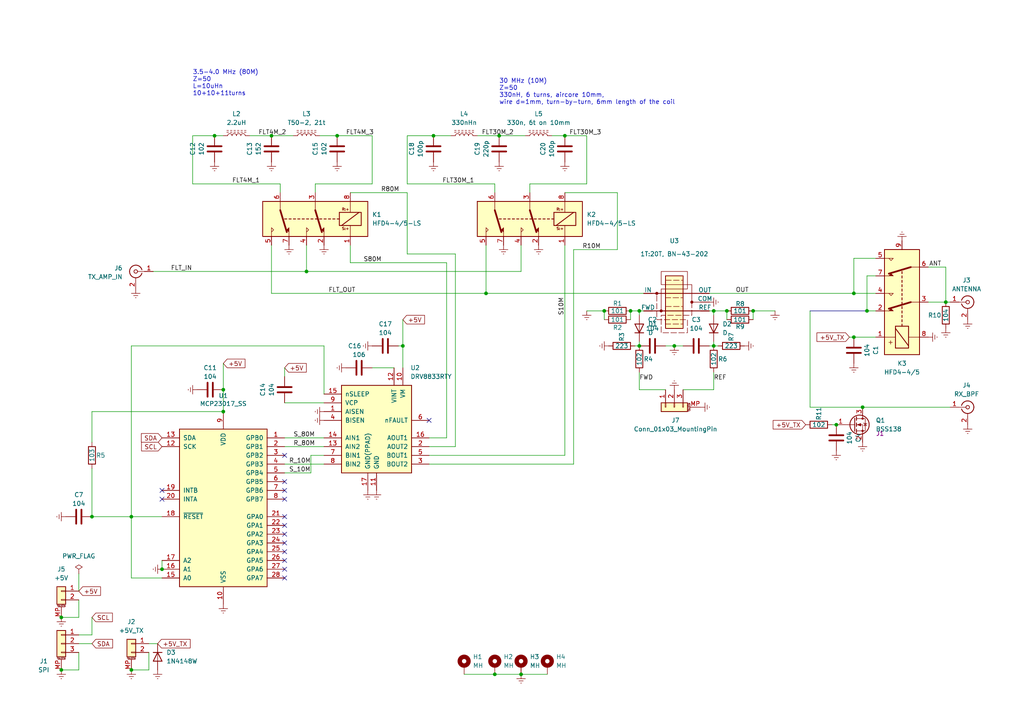
<source format=kicad_sch>
(kicad_sch (version 20230121) (generator eeschema)
  (paper "A4")
  (lib_symbols
    (symbol "Connector:Conn_Coaxial" (pin_names (offset 1.016) hide)
      (property "Reference" "J" (at 0.254 3.048 0))
      (property "Value" "Conn_Coaxial" (at 2.921 0 90))
      (symbol "Conn_Coaxial_0_1"
        (arc (start -1.778 -0.508) (mid 0.2311 -1.8066) (end 1.778 0) (stroke (width 0.254)))
        (polyline (pts (xy -2.54 0) (xy -0.508 0)))
        (polyline (pts (xy 0 -2.54) (xy 0 -1.778)))
        (circle (center 0 0) (radius 0.508) (stroke (width 0.2032)))
        (arc (start 1.778 0) (mid 0.2099 1.8101) (end -1.778 0.508) (stroke (width 0.254)))
      )
      (symbol "Conn_Coaxial_1_1"
        (pin passive line (at -5.08 0 0) (length 2.54) (name "In") (number "1"))
        (pin passive line (at 0 -5.08 90) (length 2.54) (name "Ext") (number "2"))
      )
    )
    (symbol "Connector_Generic_MountingPin:Conn_01x02_MountingPin" (pin_names (offset 1.016) hide)
      (property "Reference" "J" (at 0 2.54 0))
      (property "Value" "Conn_01x02_MountingPin" (at 1.27 -5.08 0))
      (symbol "Conn_01x02_MountingPin_1_1"
        (rectangle (start -1.27 -2.413) (end 0 -2.667) (stroke (width 0.1524)))
        (rectangle (start -1.27 0.127) (end 0 -0.127) (stroke (width 0.1524)))
        (rectangle (start -1.27 1.27) (end 1.27 -3.81) (stroke (width 0.254)) (fill (type background)))
        (polyline (pts (xy -1.016 -4.572) (xy 1.016 -4.572)) (stroke (width 0.1524)))
        (text "Mounting" (at 0 -4.191 0) (effects (font (size 0.381 0.381))))
        (pin passive line (at -5.08 0 0) (length 3.81) (name "Pin_1") (number "1"))
        (pin passive line (at -5.08 -2.54 0) (length 3.81) (name "Pin_2") (number "2"))
        (pin passive line (at 0 -7.62 90) (length 3.048) (name "MountPin") (number "MP"))
      )
    )
    (symbol "Connector_Generic_MountingPin:Conn_01x03_MountingPin" (pin_names (offset 1.016) hide)
      (property "Reference" "J" (at 0 5.08 0))
      (property "Value" "Conn_01x03_MountingPin" (at 1.27 -5.08 0))
      (symbol "Conn_01x03_MountingPin_1_1"
        (rectangle (start -1.27 -2.413) (end 0 -2.667) (stroke (width 0.1524)))
        (rectangle (start -1.27 0.127) (end 0 -0.127) (stroke (width 0.1524)))
        (rectangle (start -1.27 2.667) (end 0 2.413) (stroke (width 0.1524)))
        (rectangle (start -1.27 3.81) (end 1.27 -3.81) (stroke (width 0.254)) (fill (type background)))
        (polyline (pts (xy -1.016 -4.572) (xy 1.016 -4.572)) (stroke (width 0.1524)))
        (text "Mounting" (at 0 -4.191 0) (effects (font (size 0.381 0.381))))
        (pin passive line (at -5.08 2.54 0) (length 3.81) (name "Pin_1") (number "1"))
        (pin passive line (at -5.08 0 0) (length 3.81) (name "Pin_2") (number "2"))
        (pin passive line (at -5.08 -2.54 0) (length 3.81) (name "Pin_3") (number "3"))
        (pin passive line (at 0 -7.62 90) (length 3.048) (name "MountPin") (number "MP"))
      )
    )
    (symbol "Device:C" (pin_numbers hide) (pin_names (offset 0.254))
      (property "Reference" "C" (at 0.635 2.54 0))
      (property "Value" "C" (at 0.635 -2.54 0))
      (symbol "C_0_1"
        (polyline (pts (xy -2.032 -0.762) (xy 2.032 -0.762)) (stroke (width 0.508)))
        (polyline (pts (xy -2.032 0.762) (xy 2.032 0.762)) (stroke (width 0.508)))
      )
      (symbol "C_1_1"
        (pin passive line (at 0 3.81 270) (length 2.794) (name "~") (number "1"))
        (pin passive line (at 0 -3.81 90) (length 2.794) (name "~") (number "2"))
      )
    )
    (symbol "Device:D" (pin_numbers hide) (pin_names (offset 1.016) hide)
      (property "Reference" "D" (at 0 2.54 0))
      (property "Value" "D" (at 0 -2.54 0))
      (symbol "D_0_1"
        (polyline (pts (xy -1.27 1.27) (xy -1.27 -1.27)) (stroke (width 0.254)))
        (polyline (pts (xy 1.27 0) (xy -1.27 0)))
        (polyline (pts (xy 1.27 1.27) (xy 1.27 -1.27) (xy -1.27 0) (xy 1.27 1.27)) (stroke (width 0.254)))
      )
      (symbol "D_1_1"
        (pin passive line (at -3.81 0 0) (length 2.54) (name "K") (number "1"))
        (pin passive line (at 3.81 0 180) (length 2.54) (name "A") (number "2"))
      )
    )
    (symbol "Device:L_Ferrite" (pin_numbers hide) (pin_names (offset 1.016) hide)
      (property "Reference" "L" (at -1.27 0 90))
      (property "Value" "L_Ferrite" (at 2.794 0 90))
      (symbol "L_Ferrite_0_1"
        (arc (start 0 -2.54) (mid 0.6323 -1.905) (end 0 -1.27))
        (arc (start 0 -1.27) (mid 0.6323 -0.635) (end 0 0))
        (polyline (pts (xy 1.016 -2.794) (xy 1.016 -2.286)))
        (polyline (pts (xy 1.016 -1.778) (xy 1.016 -1.27)))
        (polyline (pts (xy 1.016 -0.762) (xy 1.016 -0.254)))
        (polyline (pts (xy 1.016 0.254) (xy 1.016 0.762)))
        (polyline (pts (xy 1.016 1.27) (xy 1.016 1.778)))
        (polyline (pts (xy 1.016 2.286) (xy 1.016 2.794)))
        (polyline (pts (xy 1.524 -2.286) (xy 1.524 -2.794)))
        (polyline (pts (xy 1.524 -1.27) (xy 1.524 -1.778)))
        (polyline (pts (xy 1.524 -0.254) (xy 1.524 -0.762)))
        (polyline (pts (xy 1.524 0.762) (xy 1.524 0.254)))
        (polyline (pts (xy 1.524 1.778) (xy 1.524 1.27)))
        (polyline (pts (xy 1.524 2.794) (xy 1.524 2.286)))
        (arc (start 0 0) (mid 0.6323 0.635) (end 0 1.27))
        (arc (start 0 1.27) (mid 0.6323 1.905) (end 0 2.54))
      )
      (symbol "L_Ferrite_1_1"
        (pin passive line (at 0 3.81 270) (length 1.27) (name "1") (number "1"))
        (pin passive line (at 0 -3.81 90) (length 1.27) (name "2") (number "2"))
      )
    )
    (symbol "Device:R" (pin_numbers hide) (pin_names (offset 0))
      (property "Reference" "R" (at 2.032 0 90))
      (property "Value" "R" (at 0 0 90))
      (symbol "R_0_1"
        (rectangle (start -1.016 -2.54) (end 1.016 2.54) (stroke (width 0.254)))
      )
      (symbol "R_1_1"
        (pin passive line (at 0 3.81 270) (length 1.27) (name "~") (number "1"))
        (pin passive line (at 0 -3.81 90) (length 1.27) (name "~") (number "2"))
      )
    )
    (symbol "Diode:1N4148W" (pin_numbers hide) (pin_names hide)
      (property "Reference" "D" (at 0 2.54 0))
      (property "Value" "1N4148W" (at 0 -2.54 0))
      (symbol "1N4148W_0_1"
        (polyline (pts (xy -1.27 1.27) (xy -1.27 -1.27)) (stroke (width 0.254)))
        (polyline (pts (xy 1.27 0) (xy -1.27 0)))
        (polyline (pts (xy 1.27 1.27) (xy 1.27 -1.27) (xy -1.27 0) (xy 1.27 1.27)) (stroke (width 0.254)))
      )
      (symbol "1N4148W_1_1"
        (pin passive line (at -3.81 0 0) (length 2.54) (name "K") (number "1"))
        (pin passive line (at 3.81 0 180) (length 2.54) (name "A") (number "2"))
      )
    )
    (symbol "Driver_Motor:DRV8833RTY" (pin_names (offset 1.016))
      (property "Reference" "U" (at -3.81 16.51 0))
      (property "Value" "DRV8833RTY" (at -3.81 13.97 0))
      (symbol "DRV8833RTY_0_1"
        (rectangle (start -10.16 12.7) (end 10.16 -12.7) (stroke (width 0.254)) (fill (type background)))
      )
      (symbol "DRV8833RTY_1_1"
        (pin bidirectional line (at -15.24 5.08 0) (length 5.08) (name "AISEN") (number "1"))
        (pin power_in line (at 7.62 17.78 270) (length 5.08) (name "VM") (number "10"))
        (pin power_in line (at 0 -17.78 90) (length 5.08) (name "GND") (number "11"))
        (pin power_in line (at 5.08 17.78 270) (length 5.08) (name "VINT") (number "12"))
        (pin input line (at -15.24 -5.08 0) (length 5.08) (name "AIN2") (number "13"))
        (pin input line (at -15.24 -2.54 0) (length 5.08) (name "AIN1") (number "14"))
        (pin input line (at -15.24 10.16 0) (length 5.08) (name "nSLEEP") (number "15"))
        (pin power_out line (at 15.24 -2.54 180) (length 5.08) (name "AOUT1") (number "16"))
        (pin power_in line (at -2.54 -17.78 90) (length 5.08) (name "GND(PPAD)") (number "17"))
        (pin power_out line (at 15.24 -5.08 180) (length 5.08) (name "AOUT2") (number "2"))
        (pin power_out line (at 15.24 -10.16 180) (length 5.08) (name "BOUT2") (number "3"))
        (pin bidirectional line (at -15.24 2.54 0) (length 5.08) (name "BISEN") (number "4"))
        (pin power_out line (at 15.24 -7.62 180) (length 5.08) (name "BOUT1") (number "5"))
        (pin open_collector line (at 15.24 2.54 180) (length 5.08) (name "nFAULT") (number "6"))
        (pin input line (at -15.24 -7.62 0) (length 5.08) (name "BIN1") (number "7"))
        (pin input line (at -15.24 -10.16 0) (length 5.08) (name "BIN2") (number "8"))
        (pin bidirectional line (at -15.24 7.62 0) (length 5.08) (name "VCP") (number "9"))
      )
    )
    (symbol "Interface_Expansion:MCP23017_SS" (pin_names (offset 1.016))
      (property "Reference" "U" (at -11.43 24.13 0))
      (property "Value" "MCP23017_SS" (at 0 0 0))
      (symbol "MCP23017_SS_0_1"
        (rectangle (start -12.7 22.86) (end 12.7 -22.86) (stroke (width 0.254)) (fill (type background)))
      )
      (symbol "MCP23017_SS_1_1"
        (pin bidirectional line (at 17.78 20.32 180) (length 5.08) (name "GPB0") (number "1"))
        (pin power_in line (at 0 -27.94 90) (length 5.08) (name "VSS") (number "10"))
        (pin no_connect line (at -12.7 15.24 0) (length 5.08) hide (name "NC") (number "11"))
        (pin input line (at -17.78 17.78 0) (length 5.08) (name "SCK") (number "12"))
        (pin bidirectional line (at -17.78 20.32 0) (length 5.08) (name "SDA") (number "13"))
        (pin no_connect line (at -12.7 12.7 0) (length 5.08) hide (name "NC") (number "14"))
        (pin input line (at -17.78 -20.32 0) (length 5.08) (name "A0") (number "15"))
        (pin input line (at -17.78 -17.78 0) (length 5.08) (name "A1") (number "16"))
        (pin input line (at -17.78 -15.24 0) (length 5.08) (name "A2") (number "17"))
        (pin input line (at -17.78 -2.54 0) (length 5.08) (name "~{RESET}") (number "18"))
        (pin tri_state line (at -17.78 5.08 0) (length 5.08) (name "INTB") (number "19"))
        (pin bidirectional line (at 17.78 17.78 180) (length 5.08) (name "GPB1") (number "2"))
        (pin tri_state line (at -17.78 2.54 0) (length 5.08) (name "INTA") (number "20"))
        (pin bidirectional line (at 17.78 -2.54 180) (length 5.08) (name "GPA0") (number "21"))
        (pin bidirectional line (at 17.78 -5.08 180) (length 5.08) (name "GPA1") (number "22"))
        (pin bidirectional line (at 17.78 -7.62 180) (length 5.08) (name "GPA2") (number "23"))
        (pin bidirectional line (at 17.78 -10.16 180) (length 5.08) (name "GPA3") (number "24"))
        (pin bidirectional line (at 17.78 -12.7 180) (length 5.08) (name "GPA4") (number "25"))
        (pin bidirectional line (at 17.78 -15.24 180) (length 5.08) (name "GPA5") (number "26"))
        (pin bidirectional line (at 17.78 -17.78 180) (length 5.08) (name "GPA6") (number "27"))
        (pin bidirectional line (at 17.78 -20.32 180) (length 5.08) (name "GPA7") (number "28"))
        (pin bidirectional line (at 17.78 15.24 180) (length 5.08) (name "GPB2") (number "3"))
        (pin bidirectional line (at 17.78 12.7 180) (length 5.08) (name "GPB3") (number "4"))
        (pin bidirectional line (at 17.78 10.16 180) (length 5.08) (name "GPB4") (number "5"))
        (pin bidirectional line (at 17.78 7.62 180) (length 5.08) (name "GPB5") (number "6"))
        (pin bidirectional line (at 17.78 5.08 180) (length 5.08) (name "GPB6") (number "7"))
        (pin bidirectional line (at 17.78 2.54 180) (length 5.08) (name "GPB7") (number "8"))
        (pin power_in line (at 0 27.94 270) (length 5.08) (name "VDD") (number "9"))
      )
    )
    (symbol "Mechanical:MountingHole_Pad" (pin_numbers hide) (pin_names (offset 1.016) hide)
      (property "Reference" "H" (at 0 6.35 0))
      (property "Value" "MountingHole_Pad" (at 0 4.445 0))
      (symbol "MountingHole_Pad_0_1"
        (circle (center 0 1.27) (radius 1.27) (stroke (width 1.27)))
      )
      (symbol "MountingHole_Pad_1_1"
        (pin input line (at 0 -2.54 90) (length 2.54) (name "1") (number "1"))
      )
    )
    (symbol "PhilsLibrary:G6K-2F-RF" (pin_names (offset 1.016))
      (property "Reference" "K" (at 16.51 3.81 0))
      (property "Value" "G6K-2F-RF" (at 16.51 1.27 0))
      (symbol "G6K-2F-RF_0_0"
        (polyline (pts (xy -12.192 3.302) (xy -11.176 3.302)))
        (polyline (pts (xy -11.684 3.81) (xy -11.684 2.794)))
      )
      (symbol "G6K-2F-RF_0_1"
        (rectangle (start -15.24 5.08) (end 15.24 -5.08) (stroke (width 0.254)) (fill (type background)))
        (rectangle (start -13.335 1.905) (end -6.985 -1.905) (stroke (width 0.254)))
        (polyline (pts (xy -12.7 -1.905) (xy -7.62 1.905)) (stroke (width 0.254)))
        (polyline (pts (xy -10.16 -5.08) (xy -10.16 -1.905)))
        (polyline (pts (xy -10.16 5.08) (xy -10.16 1.905)))
        (polyline (pts (xy -6.985 0) (xy -6.35 0)) (stroke (width 0.254)))
        (polyline (pts (xy -5.715 0) (xy -5.08 0)) (stroke (width 0.254)))
        (polyline (pts (xy -4.445 0) (xy -3.81 0)) (stroke (width 0.254)))
        (polyline (pts (xy -3.175 0) (xy -2.54 0)) (stroke (width 0.254)))
        (polyline (pts (xy -2.54 2.54) (xy -2.54 5.08)))
        (polyline (pts (xy -1.905 0) (xy -1.27 0)) (stroke (width 0.254)))
        (polyline (pts (xy -0.635 0) (xy 0 0)) (stroke (width 0.254)))
        (polyline (pts (xy 0 -2.54) (xy -1.905 3.81)) (stroke (width 0.508)))
        (polyline (pts (xy 0 -2.54) (xy 0 -5.08)))
        (polyline (pts (xy 0.635 0) (xy 1.27 0)) (stroke (width 0.254)))
        (polyline (pts (xy 1.905 0) (xy 2.54 0)) (stroke (width 0.254)))
        (polyline (pts (xy 2.54 2.54) (xy 2.54 5.08)))
        (polyline (pts (xy 3.175 0) (xy 3.81 0)) (stroke (width 0.254)))
        (polyline (pts (xy 4.445 0) (xy 5.08 0)) (stroke (width 0.254)))
        (polyline (pts (xy 5.715 0) (xy 6.35 0)) (stroke (width 0.254)))
        (polyline (pts (xy 6.985 0) (xy 7.62 0)) (stroke (width 0.254)))
        (polyline (pts (xy 7.62 2.54) (xy 7.62 5.08)))
        (polyline (pts (xy 8.255 0) (xy 8.89 0)) (stroke (width 0.254)))
        (polyline (pts (xy 10.16 -2.54) (xy 8.255 3.81)) (stroke (width 0.508)))
        (polyline (pts (xy 10.16 -2.54) (xy 10.16 -5.08)))
        (polyline (pts (xy 12.7 2.54) (xy 12.7 5.08)))
        (polyline (pts (xy -2.54 2.54) (xy -1.905 3.175) (xy -2.54 3.81)) (fill (type outline)))
        (polyline (pts (xy 2.54 2.54) (xy 1.905 3.175) (xy 2.54 3.81)))
        (polyline (pts (xy 7.62 2.54) (xy 8.255 3.175) (xy 7.62 3.81)) (fill (type outline)))
        (polyline (pts (xy 12.7 2.54) (xy 12.065 3.175) (xy 12.7 3.81)))
      )
      (symbol "G6K-2F-RF_1_1"
        (pin passive line (at -10.16 7.62 270) (length 2.54) (name "~") (number "1"))
        (pin passive line (at -2.54 7.62 270) (length 2.54) (name "~") (number "2"))
        (pin passive line (at 0 -7.62 90) (length 2.54) (name "~") (number "3"))
        (pin passive line (at 2.54 7.62 270) (length 2.54) (name "~") (number "4"))
        (pin passive line (at 12.7 7.62 270) (length 2.54) (name "~") (number "5"))
        (pin passive line (at 10.16 -7.62 90) (length 2.54) (name "~") (number "6"))
        (pin passive line (at 7.62 7.62 270) (length 2.54) (name "~") (number "7"))
        (pin passive line (at -10.16 -7.62 90) (length 2.54) (name "~") (number "8"))
        (pin passive line (at 17.78 0 180) (length 2.54) (name "~") (number "9"))
      )
    )
    (symbol "PhilsLibrary:SWR_Coupler" (pin_numbers hide) (pin_names (offset 0))
      (property "Reference" "U" (at -2.54 11.43 0))
      (symbol "SWR_Coupler_0_1"
        (polyline (pts (xy -3.81 3.81) (xy 3.81 3.81) (xy 3.81 8.89) (xy -3.81 8.89) (xy -3.81 5.08) (xy 5.08 5.08) (xy 5.08 0)))
      )
      (symbol "SWR_Coupler_1_1"
        (circle (center -5.08 2.54) (radius 0.3592) (fill (type outline)))
        (circle (center -3.81 -2.54) (radius 0.3592) (fill (type outline)))
        (rectangle (start -2.54 -1.27) (end 2.54 -6.35) (stroke (width 0) (type dash)))
        (rectangle (start -2.54 6.35) (end 2.54 1.27) (stroke (width 0) (type dash)))
        (rectangle (start -2.54 7.62) (end 2.54 -7.62) (stroke (width 0.254)) (fill (type background)))
        (polyline (pts (xy -8.89 -2.54) (xy 10.16 -2.54)) (stroke (width 0.254)))
        (polyline (pts (xy -8.89 2.54) (xy 10.16 2.54)) (stroke (width 0.254)))
        (polyline (pts (xy -3.81 3.81) (xy -3.81 -2.54)))
        (polyline (pts (xy 7.62 0) (xy 5.08 0) (xy 5.08 0)))
        (polyline (pts (xy 5.08 0) (xy 5.08 -3.81) (xy -3.81 -3.81) (xy -3.81 -8.89) (xy 3.81 -8.89) (xy 3.81 -5.08) (xy -5.08 -5.08) (xy -5.08 2.54)))
        (circle (center 5.08 0) (radius 0.3592) (fill (type outline)))
        (pin input line (at -8.89 2.54 0) (length 2.54) (name "IN") (number "1"))
        (pin output line (at 10.16 2.54 180) (length 2.54) (name "OUT") (number "2"))
        (pin passive line (at 10.16 0 180) (length 2.54) (name "COM") (number "3"))
        (pin output line (at 10.16 -2.54 180) (length 2.54) (name "REF") (number "4"))
        (pin output line (at -8.89 -2.54 0) (length 2.54) (name "FWD") (number "5"))
      )
    )
    (symbol "Relay:G6KU-2"
      (property "Reference" "K" (at 16.51 3.81 0))
      (property "Value" "G6KU-2" (at 16.51 1.27 0))
      (symbol "G6KU-2_0_0"
        (text "R:+" (at -8.763 -2.794 0) (effects (font (size 0.762 0.762))))
        (text "S:+" (at -8.763 2.794 0) (effects (font (size 0.762 0.762))))
      )
      (symbol "G6KU-2_0_1"
        (rectangle (start -15.24 5.08) (end 15.24 -5.08) (stroke (width 0.254)) (fill (type background)))
        (rectangle (start -13.335 1.905) (end -6.985 -1.905) (stroke (width 0.254)))
        (polyline (pts (xy -12.7 -1.905) (xy -7.62 1.905)) (stroke (width 0.254)))
        (polyline (pts (xy -10.16 -5.08) (xy -10.16 -1.905)))
        (polyline (pts (xy -10.16 5.08) (xy -10.16 1.905)))
        (polyline (pts (xy -6.985 0) (xy -6.35 0)) (stroke (width 0.254)))
        (polyline (pts (xy -5.715 0) (xy -5.08 0)) (stroke (width 0.254)))
        (polyline (pts (xy -4.445 0) (xy -3.81 0)) (stroke (width 0.254)))
        (polyline (pts (xy -3.175 0) (xy -2.54 0)) (stroke (width 0.254)))
        (polyline (pts (xy -1.905 0) (xy -1.27 0)) (stroke (width 0.254)))
        (polyline (pts (xy -0.635 0) (xy 0 0)) (stroke (width 0.254)))
        (polyline (pts (xy 0 -2.54) (xy -1.905 3.81)) (stroke (width 0.508)))
        (polyline (pts (xy 0 -2.54) (xy 0 -5.08)))
        (polyline (pts (xy 0.635 0) (xy 1.27 0)) (stroke (width 0.254)))
        (polyline (pts (xy 1.905 0) (xy 2.54 0)) (stroke (width 0.254)))
        (polyline (pts (xy 3.175 0) (xy 3.81 0)) (stroke (width 0.254)))
        (polyline (pts (xy 4.445 0) (xy 5.08 0)) (stroke (width 0.254)))
        (polyline (pts (xy 5.715 0) (xy 6.35 0)) (stroke (width 0.254)))
        (polyline (pts (xy 6.985 0) (xy 7.62 0)) (stroke (width 0.254)))
        (polyline (pts (xy 8.255 0) (xy 8.89 0)) (stroke (width 0.254)))
        (polyline (pts (xy 10.16 -2.54) (xy 8.255 3.81)) (stroke (width 0.508)))
        (polyline (pts (xy 10.16 -2.54) (xy 10.16 -5.08)))
        (polyline (pts (xy -2.54 5.08) (xy -2.54 2.54) (xy -1.905 3.175) (xy -2.54 3.81)) (fill (type outline)))
        (polyline (pts (xy 2.54 5.08) (xy 2.54 2.54) (xy 1.905 3.175) (xy 2.54 3.81)))
        (polyline (pts (xy 7.62 5.08) (xy 7.62 2.54) (xy 8.255 3.175) (xy 7.62 3.81)) (fill (type outline)))
        (polyline (pts (xy 12.7 5.08) (xy 12.7 2.54) (xy 12.065 3.175) (xy 12.7 3.81)))
      )
      (symbol "G6KU-2_1_1"
        (pin passive line (at -10.16 7.62 270) (length 2.54) (name "~") (number "1"))
        (pin passive line (at -2.54 7.62 270) (length 2.54) (name "~") (number "2"))
        (pin passive line (at 0 -7.62 90) (length 2.54) (name "~") (number "3"))
        (pin passive line (at 2.54 7.62 270) (length 2.54) (name "~") (number "4"))
        (pin passive line (at 12.7 7.62 270) (length 2.54) (name "~") (number "5"))
        (pin passive line (at 10.16 -7.62 90) (length 2.54) (name "~") (number "6"))
        (pin passive line (at 7.62 7.62 270) (length 2.54) (name "~") (number "7"))
        (pin passive line (at -10.16 -7.62 90) (length 2.54) (name "~") (number "8"))
      )
    )
    (symbol "Transistor_FET:BSS138" (pin_names hide)
      (property "Reference" "Q" (at 5.08 1.905 0))
      (property "Value" "BSS138" (at 5.08 0 0))
      (symbol "BSS138_0_1"
        (polyline (pts (xy 0.254 0) (xy -2.54 0)))
        (polyline (pts (xy 0.254 1.905) (xy 0.254 -1.905)) (stroke (width 0.254)))
        (polyline (pts (xy 0.762 -1.27) (xy 0.762 -2.286)) (stroke (width 0.254)))
        (polyline (pts (xy 0.762 0.508) (xy 0.762 -0.508)) (stroke (width 0.254)))
        (polyline (pts (xy 0.762 2.286) (xy 0.762 1.27)) (stroke (width 0.254)))
        (polyline (pts (xy 2.54 2.54) (xy 2.54 1.778)))
        (polyline (pts (xy 2.54 -2.54) (xy 2.54 0) (xy 0.762 0)))
        (polyline (pts (xy 0.762 -1.778) (xy 3.302 -1.778) (xy 3.302 1.778) (xy 0.762 1.778)))
        (polyline (pts (xy 1.016 0) (xy 2.032 0.381) (xy 2.032 -0.381) (xy 1.016 0)) (fill (type outline)))
        (polyline (pts (xy 2.794 0.508) (xy 2.921 0.381) (xy 3.683 0.381) (xy 3.81 0.254)))
        (polyline (pts (xy 3.302 0.381) (xy 2.921 -0.254) (xy 3.683 -0.254) (xy 3.302 0.381)))
        (circle (center 1.651 0) (radius 2.794) (stroke (width 0.254)))
        (circle (center 2.54 -1.778) (radius 0.254) (fill (type outline)))
        (circle (center 2.54 1.778) (radius 0.254) (fill (type outline)))
      )
      (symbol "BSS138_1_1"
        (pin input line (at -5.08 0 0) (length 2.54) (name "G") (number "1"))
        (pin passive line (at 2.54 -5.08 90) (length 2.54) (name "S") (number "2"))
        (pin passive line (at 2.54 5.08 270) (length 2.54) (name "D") (number "3"))
      )
    )
    (symbol "power:Earth" (power) (pin_names (offset 0))
      (symbol "Earth_0_1"
        (polyline (pts (xy -0.635 -1.905) (xy 0.635 -1.905)))
        (polyline (pts (xy -0.127 -2.54) (xy 0.127 -2.54)))
        (polyline (pts (xy 0 -1.27) (xy 0 0)))
        (polyline (pts (xy 1.27 -1.27) (xy -1.27 -1.27)))
      )
      (symbol "Earth_1_1"
        (pin power_in line (at 0 0 270) (length 0) hide (name "Earth") (number "1"))
      )
    )
    (symbol "power:PWR_FLAG" (power) (pin_numbers hide) (pin_names (offset 0) hide)
      (property "Value" "PWR_FLAG" (at 0 3.81 0))
      (symbol "PWR_FLAG_0_0"
        (pin power_out line (at 0 0 90) (length 0) (name "pwr") (number "1"))
      )
      (symbol "PWR_FLAG_0_1"
        (polyline (pts (xy 0 0) (xy 0 1.27) (xy -1.016 1.905) (xy 0 2.54) (xy 1.016 1.905) (xy 0 1.27)))
      )
    )
  )
  (junction (at 251.46 90.17))
  (junction (at 185.42 90.17))
  (junction (at 64.77 119.38))
  (junction (at 64.77 113.03))
  (junction (at 125.73 39.37))
  (junction (at 175.26 90.17))
  (junction (at 38.1 194.31))
  (junction (at 163.83 39.37))
  (junction (at 247.65 85.09))
  (junction (at 140.97 85.09))
  (junction (at 274.32 87.63))
  (junction (at 78.74 39.37))
  (junction (at 218.44 90.17))
  (junction (at 207.01 90.17))
  (junction (at 97.79 39.37))
  (junction (at 17.78 194.31))
  (junction (at 38.1 149.86))
  (junction (at 210.82 90.17))
  (junction (at 116.84 100.33))
  (junction (at 88.9 78.74))
  (junction (at 207.01 100.33))
  (junction (at 62.23 39.37))
  (junction (at 17.78 179.07))
  (junction (at 46.99 165.1))
  (junction (at 151.13 195.58))
  (junction (at 185.42 100.33))
  (junction (at 26.67 149.86))
  (junction (at 143.51 195.58))
  (junction (at 195.58 100.33))
  (junction (at 144.78 39.37))
  (junction (at 250.19 118.11))
  (junction (at 242.57 123.19))
  (junction (at 247.65 97.79))
  (junction (at 182.88 90.17))
  (no_connect (at 82.55 149.86))
  (no_connect (at 82.55 165.1))
  (no_connect (at 82.55 167.64))
  (no_connect (at 46.99 142.24))
  (no_connect (at 82.55 144.78))
  (no_connect (at 82.55 154.94))
  (no_connect (at 82.55 142.24))
  (no_connect (at 124.46 121.92))
  (no_connect (at 82.55 157.48))
  (no_connect (at 82.55 160.02))
  (no_connect (at 82.55 162.56))
  (no_connect (at 46.99 144.78))
  (no_connect (at 82.55 132.08))
  (no_connect (at 82.55 152.4))
  (no_connect (at 82.55 139.7))
  (wire (pts (xy 46.99 162.56) (xy 46.99 165.1)))
  (wire (pts (xy 91.44 53.34) (xy 107.95 53.34)))
  (wire (pts (xy 107.95 106.68) (xy 114.3 106.68)))
  (wire (pts (xy 175.26 90.17) (xy 175.26 92.71)))
  (wire (pts (xy 250.19 118.11) (xy 234.95 118.11)))
  (wire (pts (xy 179.07 72.39) (xy 166.37 72.39)))
  (wire (pts (xy 46.99 167.64) (xy 38.1 167.64)))
  (wire (pts (xy 38.1 100.33) (xy 38.1 149.86)))
  (wire (pts (xy 118.11 55.88) (xy 118.11 73.66)))
  (wire (pts (xy 116.84 92.71) (xy 116.84 100.33)))
  (wire (pts (xy 185.42 107.95) (xy 185.42 113.03)))
  (wire (pts (xy 81.28 55.88) (xy 81.28 53.34)))
  (wire (pts (xy 218.44 90.17) (xy 218.44 92.71)))
  (wire (pts (xy 93.98 100.33) (xy 93.98 114.3)))
  (wire (pts (xy 45.72 186.69) (xy 43.18 186.69)))
  (wire (pts (xy 205.74 100.33) (xy 207.01 100.33)))
  (wire (pts (xy 101.6 55.88) (xy 118.11 55.88)))
  (wire (pts (xy 185.42 113.03) (xy 193.04 113.03)))
  (wire (pts (xy 234.95 90.17) (xy 251.46 90.17)) (stroke (width 0) (color 0 0 132 1)))
  (wire (pts (xy 144.78 39.37) (xy 152.4 39.37)))
  (wire (pts (xy 124.46 127) (xy 129.54 127)))
  (wire (pts (xy 116.84 100.33) (xy 115.57 100.33)))
  (wire (pts (xy 247.65 97.79) (xy 246.38 97.79)))
  (wire (pts (xy 22.86 194.31) (xy 17.78 194.31)))
  (wire (pts (xy 207.01 90.17) (xy 210.82 90.17)))
  (wire (pts (xy 132.08 129.54) (xy 124.46 129.54)))
  (wire (pts (xy 143.51 53.34) (xy 118.11 53.34)))
  (wire (pts (xy 82.55 129.54) (xy 93.98 129.54)))
  (wire (pts (xy 82.55 109.22) (xy 82.55 106.68)))
  (wire (pts (xy 205.74 85.09) (xy 247.65 85.09)))
  (wire (pts (xy 247.65 85.09) (xy 247.65 74.93)))
  (wire (pts (xy 124.46 132.08) (xy 163.83 132.08)))
  (wire (pts (xy 107.95 53.34) (xy 107.95 39.37)))
  (wire (pts (xy 26.67 149.86) (xy 26.67 135.89)))
  (wire (pts (xy 78.74 85.09) (xy 140.97 85.09)))
  (wire (pts (xy 275.59 87.63) (xy 274.32 87.63)))
  (wire (pts (xy 153.67 55.88) (xy 153.67 53.34)))
  (wire (pts (xy 90.17 137.16) (xy 90.17 132.08)))
  (wire (pts (xy 82.55 127) (xy 93.98 127)))
  (wire (pts (xy 118.11 39.37) (xy 125.73 39.37)))
  (wire (pts (xy 22.86 186.69) (xy 26.67 186.69)))
  (wire (pts (xy 82.55 134.62) (xy 93.98 134.62)))
  (wire (pts (xy 64.77 113.03) (xy 64.77 119.38)))
  (wire (pts (xy 185.42 99.06) (xy 185.42 100.33)))
  (wire (pts (xy 132.08 73.66) (xy 132.08 129.54)))
  (wire (pts (xy 207.01 100.33) (xy 208.28 100.33)))
  (wire (pts (xy 93.98 100.33) (xy 38.1 100.33)))
  (wire (pts (xy 125.73 39.37) (xy 130.81 39.37)))
  (wire (pts (xy 275.59 118.11) (xy 250.19 118.11)))
  (wire (pts (xy 26.67 184.15) (xy 22.86 184.15)))
  (wire (pts (xy 195.58 100.33) (xy 198.12 100.33)))
  (wire (pts (xy 26.67 128.27) (xy 26.67 119.38)))
  (wire (pts (xy 143.51 55.88) (xy 143.51 53.34)))
  (wire (pts (xy 134.62 195.58) (xy 143.51 195.58)))
  (wire (pts (xy 218.44 90.17) (xy 224.79 90.17)))
  (wire (pts (xy 241.3 123.19) (xy 242.57 123.19)))
  (wire (pts (xy 140.97 85.09) (xy 140.97 71.12)))
  (wire (pts (xy 22.86 189.23) (xy 22.86 194.31)))
  (wire (pts (xy 163.83 55.88) (xy 179.07 55.88)))
  (wire (pts (xy 163.83 39.37) (xy 170.18 39.37)))
  (wire (pts (xy 274.32 77.47) (xy 274.32 87.63)))
  (wire (pts (xy 78.74 71.12) (xy 78.74 85.09)))
  (wire (pts (xy 179.07 55.88) (xy 179.07 72.39)))
  (wire (pts (xy 151.13 71.12) (xy 151.13 78.74)))
  (wire (pts (xy 43.18 189.23) (xy 43.18 194.31)))
  (wire (pts (xy 138.43 39.37) (xy 144.78 39.37)))
  (wire (pts (xy 82.55 137.16) (xy 90.17 137.16)))
  (wire (pts (xy 143.51 195.58) (xy 151.13 195.58)))
  (wire (pts (xy 22.86 173.99) (xy 22.86 179.07)))
  (wire (pts (xy 269.24 77.47) (xy 274.32 77.47)))
  (wire (pts (xy 170.18 90.17) (xy 175.26 90.17)))
  (wire (pts (xy 92.71 39.37) (xy 97.79 39.37)))
  (wire (pts (xy 234.95 118.11) (xy 234.95 90.17)))
  (wire (pts (xy 91.44 55.88) (xy 91.44 53.34)))
  (wire (pts (xy 207.01 90.17) (xy 207.01 91.44)))
  (wire (pts (xy 118.11 53.34) (xy 118.11 39.37)))
  (wire (pts (xy 72.39 39.37) (xy 78.74 39.37)))
  (wire (pts (xy 163.83 71.12) (xy 163.83 132.08)))
  (wire (pts (xy 116.84 100.33) (xy 116.84 106.68)))
  (wire (pts (xy 82.55 116.84) (xy 93.98 116.84)))
  (wire (pts (xy 97.79 39.37) (xy 107.95 39.37)))
  (wire (pts (xy 160.02 39.37) (xy 163.83 39.37)))
  (wire (pts (xy 198.12 113.03) (xy 207.01 113.03)))
  (wire (pts (xy 140.97 85.09) (xy 186.69 85.09)))
  (wire (pts (xy 254 80.01) (xy 251.46 80.01)))
  (wire (pts (xy 81.28 53.34) (xy 55.88 53.34)))
  (wire (pts (xy 90.17 132.08) (xy 93.98 132.08)))
  (wire (pts (xy 55.88 53.34) (xy 55.88 39.37)))
  (wire (pts (xy 43.18 194.31) (xy 38.1 194.31)))
  (wire (pts (xy 101.6 76.2) (xy 101.6 71.12)))
  (wire (pts (xy 26.67 119.38) (xy 64.77 119.38)))
  (wire (pts (xy 193.04 100.33) (xy 195.58 100.33)))
  (wire (pts (xy 38.1 167.64) (xy 38.1 149.86)))
  (wire (pts (xy 166.37 72.39) (xy 166.37 134.62)))
  (wire (pts (xy 274.32 87.63) (xy 269.24 87.63)))
  (wire (pts (xy 26.67 179.07) (xy 26.67 184.15)))
  (wire (pts (xy 247.65 74.93) (xy 254 74.93)))
  (wire (pts (xy 62.23 39.37) (xy 64.77 39.37)))
  (wire (pts (xy 22.86 179.07) (xy 17.78 179.07)))
  (wire (pts (xy 251.46 90.17) (xy 254 90.17)))
  (wire (pts (xy 78.74 39.37) (xy 85.09 39.37)))
  (wire (pts (xy 151.13 78.74) (xy 88.9 78.74)))
  (wire (pts (xy 129.54 76.2) (xy 101.6 76.2)))
  (wire (pts (xy 153.67 53.34) (xy 170.18 53.34)))
  (wire (pts (xy 184.15 100.33) (xy 185.42 100.33)))
  (wire (pts (xy 22.86 166.37) (xy 22.86 171.45)))
  (wire (pts (xy 205.74 90.17) (xy 207.01 90.17)))
  (wire (pts (xy 254 85.09) (xy 247.65 85.09)))
  (wire (pts (xy 118.11 73.66) (xy 132.08 73.66)))
  (wire (pts (xy 55.88 39.37) (xy 62.23 39.37)))
  (wire (pts (xy 38.1 149.86) (xy 26.67 149.86)))
  (wire (pts (xy 166.37 134.62) (xy 124.46 134.62)))
  (wire (pts (xy 251.46 80.01) (xy 251.46 90.17)))
  (wire (pts (xy 185.42 90.17) (xy 186.69 90.17)))
  (wire (pts (xy 151.13 195.58) (xy 158.75 195.58)))
  (wire (pts (xy 254 97.79) (xy 247.65 97.79)))
  (wire (pts (xy 185.42 90.17) (xy 185.42 91.44)))
  (wire (pts (xy 46.99 149.86) (xy 38.1 149.86)))
  (wire (pts (xy 129.54 127) (xy 129.54 76.2)))
  (wire (pts (xy 64.77 105.41) (xy 64.77 113.03)))
  (wire (pts (xy 170.18 53.34) (xy 170.18 39.37)))
  (wire (pts (xy 182.88 90.17) (xy 185.42 90.17)))
  (wire (pts (xy 44.45 78.74) (xy 88.9 78.74)))
  (wire (pts (xy 182.88 90.17) (xy 182.88 92.71)))
  (wire (pts (xy 88.9 78.74) (xy 88.9 71.12)))
  (wire (pts (xy 207.01 99.06) (xy 207.01 100.33)))
  (wire (pts (xy 210.82 90.17) (xy 210.82 92.71)))
  (wire (pts (xy 207.01 107.95) (xy 207.01 113.03)))
  (text "3.5-4.0 MHz (80M)\nZ=50\nL=10uHn\n10+10+11turns" (at 55.88 27.94 0) (effects (font (size 1.27 1.27)) (justify left bottom)))
  (text "30 MHz (10M)\nZ=50\n330nH, 6 turns, aircore 10mm, \nwire d=1mm, turn-by-turn, 6mm length of the coil\n" (at 144.78 30.48 0) (effects (font (size 1.27 1.27)) (justify left bottom)))
  (label "FLT4M_2" (at 74.93 39.37 0))
  (label "FWD" (at 185.42 110.49 0))
  (label "FLT_OUT" (at 95.25 85.09 0))
  (label "OUT" (at 213.36 85.09 0))
  (label "FLT30M_3" (at 165.1 39.37 0))
  (label "R10M" (at 168.91 72.39 0))
  (label "ANT" (at 273.05 77.47 180))
  (label "FLT4M_3" (at 100.33 39.37 0))
  (label "S10M" (at 163.83 91.44 90))
  (label "FLT4M_1" (at 67.31 53.34 0))
  (label "R80M" (at 110.49 55.88 0))
  (label "FLT30M_1" (at 128.27 53.34 0))
  (label "R_80M" (at 85.09 129.54 0))
  (label "FLT30M_2" (at 139.7 39.37 0))
  (label "FLT_IN" (at 49.53 78.74 0))
  (label "S80M" (at 105.41 76.2 0))
  (label "S_80M" (at 85.09 127 0))
  (label "S_10M" (at 83.82 137.16 0))
  (label "R_10M" (at 83.82 134.62 0))
  (label "REF" (at 207.01 110.49 0))
  (global_label "+5V" (shape input) (at 82.55 106.68 0) (property "Intersheetrefs" "${INTERSHEET_REFS}" (effects hide)))
  (global_label "+5V_TX" (shape input) (at 233.68 123.19 180) (property "Intersheetrefs" "${INTERSHEET_REFS}" (effects hide)))
  (global_label "SDA" (shape input) (at 26.67 186.69 0) (property "Intersheetrefs" "${INTERSHEET_REFS}" (effects hide)))
  (global_label "+5V" (shape input) (at 64.77 105.41 0) (property "Intersheetrefs" "${INTERSHEET_REFS}" (effects hide)))
  (global_label "SCL" (shape input) (at 26.67 179.07 0) (property "Intersheetrefs" "${INTERSHEET_REFS}" (effects hide)))
  (global_label "+5V" (shape input) (at 22.86 171.45 0) (property "Intersheetrefs" "${INTERSHEET_REFS}" (effects hide)))
  (global_label "SDA" (shape input) (at 46.99 127 180) (property "Intersheetrefs" "${INTERSHEET_REFS}" (effects hide)))
  (global_label "+5V_TX" (shape input) (at 45.72 186.69 0) (property "Intersheetrefs" "${INTERSHEET_REFS}" (effects hide)))
  (global_label "+5V_TX" (shape input) (at 246.38 97.79 180) (property "Intersheetrefs" "${INTERSHEET_REFS}" (effects hide)))
  (global_label "SCL" (shape input) (at 46.99 129.54 180) (property "Intersheetrefs" "${INTERSHEET_REFS}" (effects hide)))
  (global_label "+5V" (shape input) (at 116.84 92.71 0) (property "Intersheetrefs" "${INTERSHEET_REFS}" (effects hide)))
  (symbol (lib_id "Device:C") (at 97.79 43.18 0) (mirror x) (unit 1)
    (property "Reference" "C15" (at 91.44 43.18 90))
    (property "Value" "102" (at 93.98 43.18 90))
    (property "Footprint" "Capacitor_SMD:C_1206_3216Metric" (effects hide))
  )
  (symbol (lib_id "Device:C") (at 201.93 100.33 90) (unit 1)
    (property "Reference" "C3" (at 201.93 92.71 90))
    (property "Value" "104" (at 201.93 95.25 90))
    (property "Footprint" "Capacitor_SMD:C_0805_2012Metric" (effects hide))
  )
  (symbol (lib_id "power:Earth") (at 17.78 179.07 0) (unit 1)
    (property "Reference" "#PWR041" (effects hide))
    (property "Value" "Earth" (effects hide))
  )
  (symbol (lib_id "Transistor_FET:BSS138") (at 247.65 123.19 0) (unit 1)
    (property "Reference" "Q1" (at 254 121.92 0) (effects (justify left)))
    (property "Value" "BSS138" (at 254 124.46 0) (effects (justify left)))
    (property "Footprint" "Package_TO_SOT_SMD:SOT-23" (effects hide))
    (property "Datasheet" "https://www.onsemi.com/pub/Collateral/BSS138-D.PDF" (effects hide))
    (property "Marking" "J1" (at 255.27 125.73 0))
  )
  (symbol (lib_id "power:Earth") (at 83.82 71.12 0) (mirror y) (unit 1)
    (property "Reference" "#PWR021" (effects hide))
    (property "Value" "Earth" (effects hide))
  )
  (symbol (lib_id "power:Earth") (at 247.65 105.41 0) (mirror y) (unit 1)
    (property "Reference" "#PWR06" (effects hide))
    (property "Value" "Earth" (effects hide))
  )
  (symbol (lib_id "Diode:1N4148W") (at 45.72 190.5 270) (unit 1)
    (property "Reference" "D3" (at 48.26 189.23 90) (effects (justify left)))
    (property "Value" "1N4148W" (at 48.26 191.77 90) (effects (justify left)))
    (property "Footprint" "Diode_SMD:D_SOD-123" (effects hide))
    (property "Datasheet" "https://www.vishay.com/docs/85748/1n4148w.pdf" (effects hide))
    (property "Sim.Device" "D" (effects hide))
    (property "Sim.Pins" "1=K 2=A" (effects hide))
  )
  (symbol (lib_id "power:Earth") (at 19.05 149.86 270) (mirror x) (unit 1)
    (property "Reference" "#PWR012" (effects hide))
    (property "Value" "Earth" (effects hide))
  )
  (symbol (lib_id "Device:C") (at 242.57 127 0) (mirror y) (unit 1)
    (property "Reference" "C4" (at 248.92 127 90))
    (property "Value" "104" (at 246.38 127 90))
    (property "Footprint" "Capacitor_SMD:C_0805_2012Metric" (effects hide))
  )
  (symbol (lib_id "power:Earth") (at 45.72 194.31 0) (unit 1)
    (property "Reference" "#PWR040" (effects hide))
    (property "Value" "Earth" (effects hide))
  )
  (symbol (lib_id "Connector:Conn_Coaxial") (at 280.67 87.63 0) (unit 1)
    (property "Reference" "J3" (at 280.3526 81.28 0))
    (property "Value" "ANTENNA" (at 280.3526 83.82 0))
    (property "Footprint" "Connector_Coaxial:SMA_Amphenol_132289_EdgeMount" (effects hide))
    (property "Datasheet" " ~" (effects hide))
  )
  (symbol (lib_id "power:Earth") (at 146.05 71.12 0) (mirror y) (unit 1)
    (property "Reference" "#PWR032" (effects hide))
    (property "Value" "Earth" (effects hide))
  )
  (symbol (lib_id "Interface_Expansion:MCP23017_SS") (at 64.77 147.32 0) (unit 1)
    (property "Reference" "U1" (at 64.77 114.7826 0))
    (property "Value" "MCP23017_SS" (at 64.77 117.094 0))
    (property "Footprint" "Package_SO:SSOP-28_5.3x10.2mm_P0.65mm" (effects hide))
    (property "Datasheet" "http://ww1.microchip.com/downloads/en/DeviceDoc/20001952C.pdf" (effects hide))
  )
  (symbol (lib_id "power:Earth") (at 93.98 121.92 270) (unit 1)
    (property "Reference" "#PWR024" (effects hide))
    (property "Value" "Earth" (effects hide))
  )
  (symbol (lib_id "Device:R") (at 214.63 90.17 90) (unit 1)
    (property "Reference" "R8" (at 216.027 88.138 90) (effects (justify left)))
    (property "Value" "101" (at 214.63 90.17 90))
    (property "Footprint" "Resistor_SMD:R_1812_4532Metric" (effects hide))
  )
  (symbol (lib_id "power:Earth") (at 17.78 194.31 0) (unit 1)
    (property "Reference" "#PWR05" (effects hide))
    (property "Value" "Earth" (effects hide))
  )
  (symbol (lib_id "Device:C") (at 78.74 43.18 0) (mirror x) (unit 1)
    (property "Reference" "C13" (at 72.39 43.18 90))
    (property "Value" "152" (at 74.93 43.18 90))
    (property "Footprint" "Capacitor_SMD:C_1206_3216Metric" (effects hide))
  )
  (symbol (lib_id "Device:R") (at 26.67 132.08 0) (unit 1)
    (property "Reference" "R5" (at 29.21 132.08 0))
    (property "Value" "103" (at 26.67 132.08 90))
    (property "Footprint" "Resistor_SMD:R_0805_2012Metric" (effects hide))
  )
  (symbol (lib_id "Device:R") (at 179.07 90.17 90) (unit 1)
    (property "Reference" "R1" (at 180.467 88.011 90) (effects (justify left)))
    (property "Value" "101" (at 179.07 90.17 90))
    (property "Footprint" "Resistor_SMD:R_1812_4532Metric" (effects hide))
  )
  (symbol (lib_id "power:Earth") (at 170.18 90.17 0) (unit 1)
    (property "Reference" "#PWR08" (effects hide))
    (property "Value" "Earth" (effects hide))
  )
  (symbol (lib_id "Device:C") (at 144.78 43.18 0) (mirror x) (unit 1)
    (property "Reference" "C19" (at 138.43 43.18 90))
    (property "Value" "220p" (at 140.97 43.18 90))
    (property "Footprint" "Capacitor_SMD:C_1206_3216Metric" (effects hide))
  )
  (symbol (lib_id "power:Earth") (at 38.1 194.31 0) (unit 1)
    (property "Reference" "#PWR039" (effects hide))
    (property "Value" "Earth" (effects hide))
  )
  (symbol (lib_id "Device:R") (at 207.01 104.14 0) (unit 1)
    (property "Reference" "R6" (at 208.28 104.14 0) (effects (justify left)))
    (property "Value" "102" (at 207.01 104.14 90))
    (property "Footprint" "Resistor_SMD:R_0805_2012Metric" (effects hide))
  )
  (symbol (lib_id "Device:C") (at 163.83 43.18 0) (mirror x) (unit 1)
    (property "Reference" "C20" (at 157.48 43.18 90))
    (property "Value" "100p" (at 160.02 43.18 90))
    (property "Footprint" "Capacitor_SMD:C_1206_3216Metric" (effects hide))
  )
  (symbol (lib_id "power:Earth") (at 97.79 46.99 0) (mirror y) (unit 1)
    (property "Reference" "#PWR025" (effects hide))
    (property "Value" "Earth" (effects hide))
  )
  (symbol (lib_id "Device:C") (at 189.23 100.33 90) (unit 1)
    (property "Reference" "C2" (at 189.23 92.71 90))
    (property "Value" "104" (at 189.23 95.25 90))
    (property "Footprint" "Capacitor_SMD:C_0805_2012Metric" (effects hide))
  )
  (symbol (lib_id "Device:D") (at 207.01 95.25 90) (unit 1)
    (property "Reference" "D2" (at 209.55 93.98 90) (effects (justify right)))
    (property "Value" "D" (at 209.55 96.52 90) (effects (justify right)))
    (property "Footprint" "Diode_SMD:D_SOD-123" (effects hide))
    (property "Sim.Device" "D" (effects hide))
    (property "Sim.Pins" "1=K 2=A" (effects hide))
  )
  (symbol (lib_id "Driver_Motor:DRV8833RTY") (at 109.22 124.46 0) (unit 1)
    (property "Reference" "U2" (at 119.0341 106.68 0) (effects (justify left)))
    (property "Value" "DRV8833RTY" (at 119.0341 109.22 0) (effects (justify left)))
    (property "Footprint" "Package_DFN_QFN:Texas_S-PWQFN-N16_EP2.1x2.1mm_ThermalVias" (effects hide))
    (property "Datasheet" "http://www.ti.com/lit/ds/symlink/drv8833.pdf" (effects hide))
  )
  (symbol (lib_id "Mechanical:MountingHole_Pad") (at 151.13 193.04 0) (unit 1)
    (property "Reference" "H3" (at 153.67 190.5 0) (effects (justify left)))
    (property "Value" "MH" (at 153.67 193.04 0) (effects (justify left)))
    (property "Footprint" "MountingHole:MountingHole_3.2mm_M3_Pad" (effects hide))
  )
  (symbol (lib_id "Device:D") (at 185.42 95.25 90) (unit 1)
    (property "Reference" "D1" (at 187.96 93.98 90) (effects (justify right)))
    (property "Value" "D" (at 187.96 96.52 90) (effects (justify right)))
    (property "Footprint" "Diode_SMD:D_SOD-123" (effects hide))
    (property "Sim.Device" "D" (effects hide))
    (property "Sim.Pins" "1=K 2=A" (effects hide))
  )
  (symbol (lib_id "power:Earth") (at 274.32 95.25 0) (mirror y) (unit 1)
    (property "Reference" "#PWR01" (effects hide))
    (property "Value" "Earth" (effects hide))
  )
  (symbol (lib_id "power:Earth") (at 62.23 46.99 0) (mirror y) (unit 1)
    (property "Reference" "#PWR018" (effects hide))
    (property "Value" "Earth" (effects hide))
  )
  (symbol (lib_id "power:Earth") (at 224.79 90.17 0) (unit 1)
    (property "Reference" "#PWR036" (effects hide))
    (property "Value" "Earth" (effects hide))
  )
  (symbol (lib_id "power:Earth") (at 280.67 92.71 0) (mirror y) (unit 1)
    (property "Reference" "#PWR02" (effects hide))
    (property "Value" "Earth" (effects hide))
  )
  (symbol (lib_id "power:Earth") (at 176.53 100.33 270) (unit 1)
    (property "Reference" "#PWR09" (effects hide))
    (property "Value" "Earth" (effects hide))
  )
  (symbol (lib_id "Device:C") (at 104.14 106.68 90) (mirror x) (unit 1)
    (property "Reference" "C16" (at 102.87 100.33 90))
    (property "Value" "106" (at 104.14 102.87 90))
    (property "Footprint" "Capacitor_SMD:C_0805_2012Metric" (effects hide))
  )
  (symbol (lib_id "power:Earth") (at 78.74 46.99 0) (mirror y) (unit 1)
    (property "Reference" "#PWR020" (effects hide))
    (property "Value" "Earth" (effects hide))
  )
  (symbol (lib_id "Device:L_Ferrite") (at 68.58 39.37 90) (unit 1)
    (property "Reference" "L2" (at 68.58 33.02 90))
    (property "Value" "2.2uH" (at 68.58 35.56 90))
    (property "Footprint" "PhilsFootprintLibrary:L_T50_L13_W8_P5mm" (effects hide))
  )
  (symbol (lib_id "Mechanical:MountingHole_Pad") (at 134.62 193.04 0) (unit 1)
    (property "Reference" "H1" (at 137.16 190.5 0) (effects (justify left)))
    (property "Value" "MH" (at 137.16 193.04 0) (effects (justify left)))
    (property "Footprint" "MountingHole:MountingHole_3.2mm_M3_Pad" (effects hide))
  )
  (symbol (lib_id "Device:C") (at 22.86 149.86 90) (mirror x) (unit 1)
    (property "Reference" "C7" (at 22.86 143.51 90))
    (property "Value" "104" (at 22.86 146.05 90))
    (property "Footprint" "Capacitor_SMD:C_0805_2012Metric" (effects hide))
  )
  (symbol (lib_id "power:Earth") (at 280.67 123.19 0) (mirror y) (unit 1)
    (property "Reference" "#PWR07" (effects hide))
    (property "Value" "Earth" (effects hide))
  )
  (symbol (lib_id "Mechanical:MountingHole_Pad") (at 143.51 193.04 0) (unit 1)
    (property "Reference" "H2" (at 146.05 190.5 0) (effects (justify left)))
    (property "Value" "MH" (at 146.05 193.04 0) (effects (justify left)))
    (property "Footprint" "MountingHole:MountingHole_3.2mm_M3_Pad" (effects hide))
  )
  (symbol (lib_id "power:Earth") (at 39.37 83.82 0) (mirror y) (unit 1)
    (property "Reference" "#PWR033" (effects hide))
    (property "Value" "Earth" (effects hide))
  )
  (symbol (lib_id "power:Earth") (at 261.62 69.85 0) (mirror x) (unit 1)
    (property "Reference" "#PWR04" (effects hide))
    (property "Value" "Earth" (effects hide))
  )
  (symbol (lib_id "power:Earth") (at 144.78 46.99 0) (mirror y) (unit 1)
    (property "Reference" "#PWR031" (effects hide))
    (property "Value" "Earth" (effects hide))
  )
  (symbol (lib_id "power:Earth") (at 269.24 97.79 90) (mirror x) (unit 1)
    (property "Reference" "#PWR03" (effects hide))
    (property "Value" "Earth" (effects hide))
  )
  (symbol (lib_id "PhilsLibrary:G6K-2F-RF") (at 261.62 87.63 90) (unit 1)
    (property "Reference" "K3" (at 261.62 105.41 90))
    (property "Value" "HFD4-4/5" (at 261.62 107.95 90))
    (property "Footprint" "Relay_SMD:Relay_DPDT_Omron_G6K-2F-Y" (effects hide))
    (property "Datasheet" "http://omronfs.omron.com/en_US/ecb/products/pdf/en-g6k.pdf" (effects hide))
  )
  (symbol (lib_id "Mechanical:MountingHole_Pad") (at 158.75 193.04 0) (unit 1)
    (property "Reference" "H4" (at 161.29 190.5 0) (effects (justify left)))
    (property "Value" "MH" (at 161.29 193.04 0) (effects (justify left)))
    (property "Footprint" "MountingHole:MountingHole_3.2mm_M3_Pad" (effects hide))
  )
  (symbol (lib_id "power:Earth") (at 205.74 87.63 90) (unit 1)
    (property "Reference" "#PWR014" (effects hide))
    (property "Value" "Earth" (effects hide))
  )
  (symbol (lib_id "power:Earth") (at 109.22 142.24 0) (unit 1)
    (property "Reference" "#PWR029" (effects hide))
    (property "Value" "Earth" (effects hide))
  )
  (symbol (lib_id "Connector_Generic_MountingPin:Conn_01x02_MountingPin") (at 38.1 186.69 0) (mirror y) (unit 1)
    (property "Reference" "J2" (at 38.1 180.34 0))
    (property "Value" "+5V_TX" (at 38.1 182.88 0))
    (property "Footprint" "Connector_JST:JST_PH_S2B-PH-SM4-TB_1x02-1MP_P2.00mm_Horizontal" (effects hide))
  )
  (symbol (lib_id "Relay:G6KU-2") (at 91.44 63.5 180) (unit 1)
    (property "Reference" "K1" (at 107.95 62.23 0) (effects (justify right)))
    (property "Value" "HFD4-4/5-LS" (at 107.95 64.77 0) (effects (justify right)))
    (property "Footprint" "Relay_SMD:Relay_DPDT_Omron_G6K-2F-Y" (effects hide))
    (property "Datasheet" "http://omronfs.omron.com/en_US/ecb/products/pdf/en-g6k.pdf" (effects hide))
  )
  (symbol (lib_id "Connector:Conn_Coaxial") (at 280.67 118.11 0) (unit 1)
    (property "Reference" "J4" (at 280.3526 111.76 0))
    (property "Value" "RX_BPF" (at 280.3526 114.3 0))
    (property "Footprint" "Connector_Coaxial:SMA_Amphenol_132289_EdgeMount" (effects hide))
    (property "Datasheet" " ~" (effects hide))
  )
  (symbol (lib_id "Device:R") (at 214.63 92.71 90) (unit 1)
    (property "Reference" "R9" (at 216.027 94.742 90) (effects (justify left)))
    (property "Value" "101" (at 214.63 92.71 90))
    (property "Footprint" "Resistor_SMD:R_1812_4532Metric" (effects hide))
  )
  (symbol (lib_id "Device:C") (at 62.23 43.18 0) (mirror x) (unit 1)
    (property "Reference" "C12" (at 55.88 43.18 90))
    (property "Value" "102" (at 58.42 43.18 90))
    (property "Footprint" "Capacitor_SMD:C_1206_3216Metric" (effects hide))
  )
  (symbol (lib_id "Relay:G6KU-2") (at 153.67 63.5 180) (unit 1)
    (property "Reference" "K2" (at 170.18 62.23 0) (effects (justify right)))
    (property "Value" "HFD4-4/5-LS" (at 170.18 64.77 0) (effects (justify right)))
    (property "Footprint" "Relay_SMD:Relay_DPDT_Omron_G6K-2F-Y" (effects hide))
    (property "Datasheet" "http://omronfs.omron.com/en_US/ecb/products/pdf/en-g6k.pdf" (effects hide))
  )
  (symbol (lib_id "Device:L_Ferrite") (at 134.62 39.37 90) (unit 1)
    (property "Reference" "L4" (at 134.62 33.02 90))
    (property "Value" "330nHn" (at 134.62 35.56 90))
    (property "Footprint" "PhilsFootprintLibrary:L_T50_L13_W8_P5mm" (effects hide))
  )
  (symbol (lib_id "Connector_Generic_MountingPin:Conn_01x03_MountingPin") (at 17.78 186.69 0) (mirror y) (unit 1)
    (property "Reference" "J1" (at 12.7 191.77 0))
    (property "Value" "SPI" (at 12.7 194.31 0))
    (property "Footprint" "Connector_JST:JST_PH_S3B-PH-SM4-TB_1x03-1MP_P2.00mm_Horizontal" (effects hide))
  )
  (symbol (lib_id "Device:C") (at 111.76 100.33 90) (mirror x) (unit 1)
    (property "Reference" "C17" (at 111.76 93.98 90))
    (property "Value" "104" (at 111.76 96.52 90))
    (property "Footprint" "Capacitor_SMD:C_0805_2012Metric" (effects hide))
  )
  (symbol (lib_id "power:Earth") (at 93.98 119.38 270) (unit 1)
    (property "Reference" "#PWR023" (effects hide))
    (property "Value" "Earth" (effects hide))
  )
  (symbol (lib_id "Device:R") (at 185.42 104.14 0) (unit 1)
    (property "Reference" "R4" (at 186.69 104.14 0) (effects (justify left)))
    (property "Value" "102" (at 185.42 104.14 90))
    (property "Footprint" "Resistor_SMD:R_0805_2012Metric" (effects hide))
  )
  (symbol (lib_id "power:Earth") (at 64.77 175.26 0) (mirror y) (unit 1)
    (property "Reference" "#PWR019" (effects hide))
    (property "Value" "Earth" (effects hide))
  )
  (symbol (lib_id "Connector:Conn_Coaxial") (at 39.37 78.74 0) (mirror y) (unit 1)
    (property "Reference" "J6" (at 35.56 77.7632 0) (effects (justify left)))
    (property "Value" "TX_AMP_IN" (at 35.56 80.3032 0) (effects (justify left)))
    (property "Footprint" "Connector_Coaxial:SMA_Samtec_SMA-J-P-X-ST-EM1_EdgeMount" (effects hide))
    (property "Datasheet" " ~" (effects hide))
  )
  (symbol (lib_id "power:PWR_FLAG") (at 22.86 166.37 0) (unit 1)
    (property "Reference" "#FLG01" (effects hide))
    (property "Value" "PWR_FLAG" (at 22.86 161.29 0))
  )
  (symbol (lib_id "power:Earth") (at 106.68 142.24 0) (unit 1)
    (property "Reference" "#PWR027" (effects hide))
    (property "Value" "Earth" (effects hide))
  )
  (symbol (lib_id "power:Earth") (at 203.2 118.11 90) (unit 1)
    (property "Reference" "#PWR013" (effects hide))
    (property "Value" "Earth" (effects hide))
  )
  (symbol (lib_id "Device:R") (at 237.49 123.19 90) (unit 1)
    (property "Reference" "R11" (at 237.49 121.92 0) (effects (justify left)))
    (property "Value" "102" (at 237.49 123.19 90))
    (property "Footprint" "Resistor_SMD:R_0805_2012Metric" (effects hide))
  )
  (symbol (lib_id "Device:C") (at 125.73 43.18 0) (mirror x) (unit 1)
    (property "Reference" "C18" (at 119.38 43.18 90))
    (property "Value" "100p" (at 121.92 43.18 90))
    (property "Footprint" "Capacitor_SMD:C_1206_3216Metric" (effects hide))
  )
  (symbol (lib_id "power:Earth") (at 156.21 71.12 0) (mirror y) (unit 1)
    (property "Reference" "#PWR034" (effects hide))
    (property "Value" "Earth" (effects hide))
  )
  (symbol (lib_id "Device:C") (at 82.55 113.03 0) (mirror x) (unit 1)
    (property "Reference" "C14" (at 76.2 113.03 90))
    (property "Value" "104" (at 78.74 113.03 90))
    (property "Footprint" "Capacitor_SMD:C_0805_2012Metric" (effects hide))
  )
  (symbol (lib_id "Device:R") (at 179.07 92.71 90) (unit 1)
    (property "Reference" "R2" (at 180.467 94.996 90) (effects (justify left)))
    (property "Value" "101" (at 179.07 92.71 90))
    (property "Footprint" "Resistor_SMD:R_1812_4532Metric" (effects hide))
  )
  (symbol (lib_id "Device:C") (at 60.96 113.03 270) (unit 1)
    (property "Reference" "C11" (at 60.96 106.68 90))
    (property "Value" "104" (at 60.96 109.22 90))
    (property "Footprint" "Capacitor_SMD:C_0805_2012Metric" (effects hide))
  )
  (symbol (lib_id "power:Earth") (at 163.83 46.99 0) (mirror y) (unit 1)
    (property "Reference" "#PWR035" (effects hide))
    (property "Value" "Earth" (effects hide))
  )
  (symbol (lib_id "Device:R") (at 212.09 100.33 90) (unit 1)
    (property "Reference" "R7" (at 212.09 99.06 0) (effects (justify left)))
    (property "Value" "223" (at 212.09 100.33 90))
    (property "Footprint" "Resistor_SMD:R_0805_2012Metric" (effects hide))
  )
  (symbol (lib_id "Device:L_Ferrite") (at 156.21 39.37 90) (unit 1)
    (property "Reference" "L5" (at 156.21 33.02 90))
    (property "Value" "330n, 6t on 10mm" (at 156.21 35.56 90))
    (property "Footprint" "PhilsFootprintLibrary:L_T50_L13_W8_P5mm" (effects hide))
  )
  (symbol (lib_id "power:Earth") (at 151.13 195.58 0) (unit 1)
    (property "Reference" "#PWR042" (effects hide))
    (property "Value" "Earth" (effects hide))
  )
  (symbol (lib_id "Connector_Generic_MountingPin:Conn_01x03_MountingPin") (at 195.58 118.11 90) (mirror x) (unit 1)
    (property "Reference" "J7" (at 195.9356 121.92 90))
    (property "Value" "Conn_01x03_MountingPin" (at 195.9356 124.46 90))
    (property "Footprint" "Connector_JST:JST_PH_S3B-PH-SM4-TB_1x03-1MP_P2.00mm_Horizontal" (effects hide))
  )
  (symbol (lib_id "PhilsLibrary:SWR_Coupler") (at 195.58 87.63 0) (unit 1)
    (property "Reference" "U3" (at 195.58 69.85 0))
    (property "Value" "1T:20T, BN-43-202" (at 195.58 73.66 0))
    (property "Footprint" "PhilsFootprintLibrary:Balun_5PIN_BN-43-202_SMD_SWR_Bridge" (effects hide))
  )
  (symbol (lib_id "power:Earth") (at 100.33 106.68 270) (mirror x) (unit 1)
    (property "Reference" "#PWR026" (effects hide))
    (property "Value" "Earth" (effects hide))
  )
  (symbol (lib_id "power:Earth") (at 250.19 128.27 0) (mirror y) (unit 1)
    (property "Reference" "#PWR037" (effects hide))
    (property "Value" "Earth" (effects hide))
  )
  (symbol (lib_id "power:Earth") (at 125.73 46.99 0) (mirror y) (unit 1)
    (property "Reference" "#PWR030" (effects hide))
    (property "Value" "Earth" (effects hide))
  )
  (symbol (lib_id "Connector_Generic_MountingPin:Conn_01x02_MountingPin") (at 17.78 171.45 0) (mirror y) (unit 1)
    (property "Reference" "J5" (at 17.78 165.1 0))
    (property "Value" "+5V" (at 17.78 167.64 0))
    (property "Footprint" "Connector_JST:JST_PH_S2B-PH-SM4-TB_1x02-1MP_P2.00mm_Horizontal" (effects hide))
  )
  (symbol (lib_id "Device:R") (at 180.34 100.33 90) (unit 1)
    (property "Reference" "R3" (at 180.34 99.06 0) (effects (justify left)))
    (property "Value" "223" (at 180.34 100.33 90))
    (property "Footprint" "Resistor_SMD:R_0805_2012Metric" (effects hide))
  )
  (symbol (lib_id "power:Earth") (at 195.58 113.03 180) (unit 1)
    (property "Reference" "#PWR011" (effects hide))
    (property "Value" "Earth" (effects hide))
  )
  (symbol (lib_id "Device:L_Ferrite") (at 88.9 39.37 90) (unit 1)
    (property "Reference" "L3" (at 88.9 33.02 90))
    (property "Value" "T50-2, 21t" (at 88.9 35.56 90))
    (property "Footprint" "PhilsFootprintLibrary:L_T50_L13_W8_P5mm" (effects hide))
  )
  (symbol (lib_id "power:Earth") (at 46.99 165.1 270) (mirror x) (unit 1)
    (property "Reference" "#PWR016" (effects hide))
    (property "Value" "Earth" (effects hide))
  )
  (symbol (lib_id "power:Earth") (at 107.95 100.33 270) (mirror x) (unit 1)
    (property "Reference" "#PWR028" (effects hide))
    (property "Value" "Earth" (effects hide))
  )
  (symbol (lib_id "power:Earth") (at 93.98 71.12 0) (mirror y) (unit 1)
    (property "Reference" "#PWR022" (effects hide))
    (property "Value" "Earth" (effects hide))
  )
  (symbol (lib_id "power:Earth") (at 195.58 100.33 0) (unit 1)
    (property "Reference" "#PWR010" (effects hide))
    (property "Value" "Earth" (effects hide))
  )
  (symbol (lib_id "power:Earth") (at 242.57 130.81 0) (mirror y) (unit 1)
    (property "Reference" "#PWR038" (effects hide))
    (property "Value" "Earth" (effects hide))
  )
  (symbol (lib_id "Device:C") (at 247.65 101.6 0) (mirror y) (unit 1)
    (property "Reference" "C1" (at 254 101.6 90))
    (property "Value" "104" (at 251.46 101.6 90))
    (property "Footprint" "Capacitor_SMD:C_0805_2012Metric" (effects hide))
  )
  (symbol (lib_id "power:Earth") (at 215.9 100.33 90) (unit 1)
    (property "Reference" "#PWR015" (effects hide))
    (property "Value" "Earth" (effects hide))
  )
  (symbol (lib_id "Device:R") (at 274.32 91.44 180) (unit 1)
    (property "Reference" "R10" (at 273.05 91.44 0) (effects (justify left)))
    (property "Value" "104" (at 274.32 91.44 90))
    (property "Footprint" "Resistor_SMD:R_0805_2012Metric" (effects hide))
  )
  (symbol (lib_id "power:Earth") (at 57.15 113.03 270) (mirror x) (unit 1)
    (property "Reference" "#PWR017" (effects hide))
    (property "Value" "Earth" (effects hide))
  )
)
</source>
